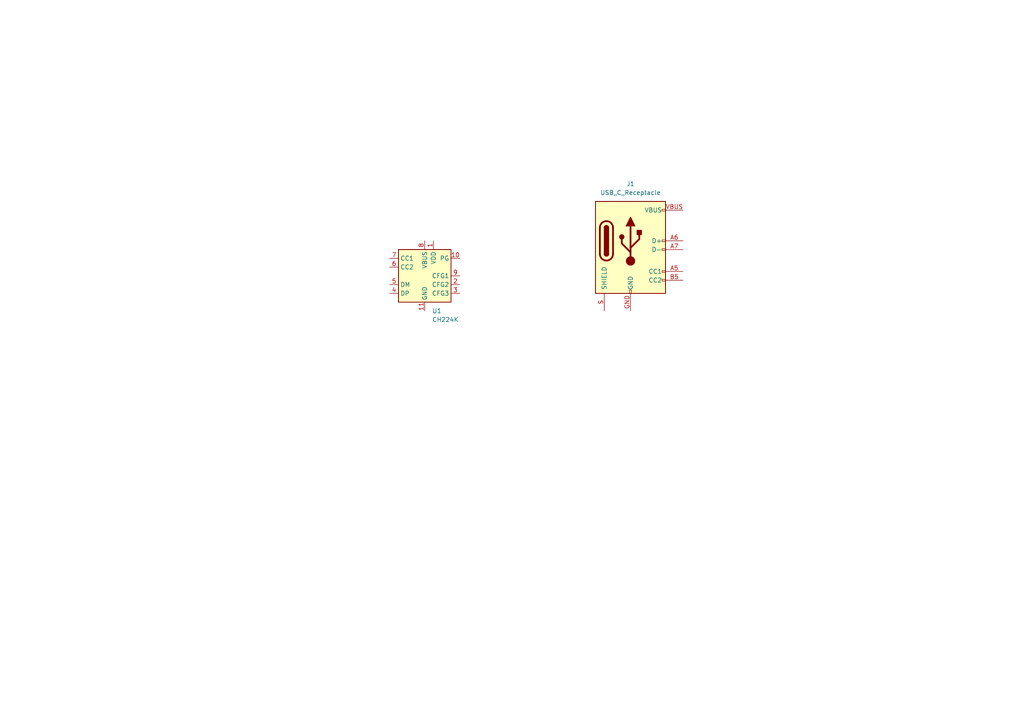
<source format=kicad_sch>
(kicad_sch
	(version 20250114)
	(generator "eeschema")
	(generator_version "9.0")
	(uuid "eca077ec-7a9d-4cf3-8942-ce7475e4e370")
	(paper "A4")
	(lib_symbols
		(symbol "Interface_USB:CH224K"
			(exclude_from_sim no)
			(in_bom yes)
			(on_board yes)
			(property "Reference" "U"
				(at -7.874 -8.89 0)
				(effects
					(font
						(size 1.27 1.27)
					)
					(justify left)
				)
			)
			(property "Value" "CH224K"
				(at 3.048 -8.89 0)
				(effects
					(font
						(size 1.27 1.27)
					)
					(justify left)
				)
			)
			(property "Footprint" "Package_SO:SSOP-10-1EP_3.9x4.9mm_P1mm_EP2.1x3.3mm"
				(at 0 -24.13 0)
				(effects
					(font
						(size 1.27 1.27)
					)
					(hide yes)
				)
			)
			(property "Datasheet" "https://www.wch.cn/downloads/file/301.html"
				(at 0 13.97 0)
				(effects
					(font
						(size 1.27 1.27)
					)
					(hide yes)
				)
			)
			(property "Description" "100W USB Type-C PD3.0/2.0, BC1.2 Sink Controller, SSOP-10"
				(at 0 0 0)
				(effects
					(font
						(size 1.27 1.27)
					)
					(hide yes)
				)
			)
			(property "ki_keywords" "USB-C WCH powered-device"
				(at 0 0 0)
				(effects
					(font
						(size 1.27 1.27)
					)
					(hide yes)
				)
			)
			(property "ki_fp_filters" "SSOP*3.9x4.9mm*P1mm*EP2.1x3.3mm*"
				(at 0 0 0)
				(effects
					(font
						(size 1.27 1.27)
					)
					(hide yes)
				)
			)
			(symbol "CH224K_1_1"
				(rectangle
					(start -7.62 7.62)
					(end 7.62 -7.62)
					(stroke
						(width 0.254)
						(type default)
					)
					(fill
						(type background)
					)
				)
				(pin bidirectional line
					(at -10.16 5.08 0)
					(length 2.54)
					(name "CC1"
						(effects
							(font
								(size 1.27 1.27)
							)
						)
					)
					(number "7"
						(effects
							(font
								(size 1.27 1.27)
							)
						)
					)
				)
				(pin bidirectional line
					(at -10.16 2.54 0)
					(length 2.54)
					(name "CC2"
						(effects
							(font
								(size 1.27 1.27)
							)
						)
					)
					(number "6"
						(effects
							(font
								(size 1.27 1.27)
							)
						)
					)
				)
				(pin bidirectional line
					(at -10.16 -2.54 0)
					(length 2.54)
					(name "DM"
						(effects
							(font
								(size 1.27 1.27)
							)
						)
					)
					(number "5"
						(effects
							(font
								(size 1.27 1.27)
							)
						)
					)
				)
				(pin bidirectional line
					(at -10.16 -5.08 0)
					(length 2.54)
					(name "DP"
						(effects
							(font
								(size 1.27 1.27)
							)
						)
					)
					(number "4"
						(effects
							(font
								(size 1.27 1.27)
							)
						)
					)
				)
				(pin passive line
					(at 0 10.16 270)
					(length 2.54)
					(name "VBUS"
						(effects
							(font
								(size 1.27 1.27)
							)
						)
					)
					(number "8"
						(effects
							(font
								(size 1.27 1.27)
							)
						)
					)
				)
				(pin power_in line
					(at 0 -10.16 90)
					(length 2.54)
					(name "GND"
						(effects
							(font
								(size 1.27 1.27)
							)
						)
					)
					(number "11"
						(effects
							(font
								(size 1.27 1.27)
							)
						)
					)
				)
				(pin power_in line
					(at 2.54 10.16 270)
					(length 2.54)
					(name "VDD"
						(effects
							(font
								(size 1.27 1.27)
							)
						)
					)
					(number "1"
						(effects
							(font
								(size 1.27 1.27)
							)
						)
					)
				)
				(pin open_collector line
					(at 10.16 5.08 180)
					(length 2.54)
					(name "PG"
						(effects
							(font
								(size 1.27 1.27)
							)
						)
					)
					(number "10"
						(effects
							(font
								(size 1.27 1.27)
							)
						)
					)
				)
				(pin passive line
					(at 10.16 0 180)
					(length 2.54)
					(name "CFG1"
						(effects
							(font
								(size 1.27 1.27)
							)
						)
					)
					(number "9"
						(effects
							(font
								(size 1.27 1.27)
							)
						)
					)
				)
				(pin passive line
					(at 10.16 -2.54 180)
					(length 2.54)
					(name "CFG2"
						(effects
							(font
								(size 1.27 1.27)
							)
						)
					)
					(number "2"
						(effects
							(font
								(size 1.27 1.27)
							)
						)
					)
				)
				(pin passive line
					(at 10.16 -5.08 180)
					(length 2.54)
					(name "CFG3"
						(effects
							(font
								(size 1.27 1.27)
							)
						)
					)
					(number "3"
						(effects
							(font
								(size 1.27 1.27)
							)
						)
					)
				)
			)
			(embedded_fonts no)
		)
		(symbol "PCM_SparkFun-Connector:USB_C_Receptacle"
			(pin_names
				(offset 1.016)
			)
			(exclude_from_sim no)
			(in_bom yes)
			(on_board yes)
			(property "Reference" "J"
				(at -10.16 12.7 0)
				(effects
					(font
						(size 1.27 1.27)
					)
					(justify left)
				)
			)
			(property "Value" "USB_C_Receptacle"
				(at 19.05 12.7 0)
				(effects
					(font
						(size 1.27 1.27)
					)
					(justify right)
				)
			)
			(property "Footprint" "PCM_SparkFun-Connector:USB-C_16"
				(at 0 -25.4 0)
				(effects
					(font
						(size 1.27 1.27)
					)
					(hide yes)
				)
			)
			(property "Datasheet" "https://www.usb.org/sites/default/files/documents/usb_type-c.zip"
				(at 0 -27.94 0)
				(effects
					(font
						(size 1.27 1.27)
					)
					(hide yes)
				)
			)
			(property "Description" "USB 2.0-only Type-C Receptacle connector"
				(at 0 -33.02 0)
				(effects
					(font
						(size 1.27 1.27)
					)
					(hide yes)
				)
			)
			(property "PROD_ID" "CONN-14122"
				(at 1.27 -30.48 0)
				(effects
					(font
						(size 1.27 1.27)
					)
					(hide yes)
				)
			)
			(property "ki_keywords" "SparkFun usb universal serial bus type-C USB2.0"
				(at 0 0 0)
				(effects
					(font
						(size 1.27 1.27)
					)
					(hide yes)
				)
			)
			(property "ki_fp_filters" "USB*C*Receptacle*"
				(at 0 0 0)
				(effects
					(font
						(size 1.27 1.27)
					)
					(hide yes)
				)
			)
			(symbol "USB_C_Receptacle_0_0"
				(rectangle
					(start -0.254 -15.24)
					(end 0.254 -14.224)
					(stroke
						(width 0)
						(type default)
					)
					(fill
						(type none)
					)
				)
				(rectangle
					(start 10.16 9.144)
					(end 9.144 8.636)
					(stroke
						(width 0)
						(type default)
					)
					(fill
						(type none)
					)
				)
				(rectangle
					(start 10.16 0.254)
					(end 9.144 -0.254)
					(stroke
						(width 0)
						(type default)
					)
					(fill
						(type none)
					)
				)
				(rectangle
					(start 10.16 -2.286)
					(end 9.144 -2.794)
					(stroke
						(width 0)
						(type default)
					)
					(fill
						(type none)
					)
				)
				(rectangle
					(start 10.16 -8.636)
					(end 9.144 -9.144)
					(stroke
						(width 0)
						(type default)
					)
					(fill
						(type none)
					)
				)
				(rectangle
					(start 10.16 -11.176)
					(end 9.144 -11.684)
					(stroke
						(width 0)
						(type default)
					)
					(fill
						(type none)
					)
				)
			)
			(symbol "USB_C_Receptacle_0_1"
				(rectangle
					(start -10.16 11.43)
					(end 10.16 -15.24)
					(stroke
						(width 0.254)
						(type default)
					)
					(fill
						(type background)
					)
				)
				(polyline
					(pts
						(xy -8.89 -3.81) (xy -8.89 3.81)
					)
					(stroke
						(width 0.508)
						(type default)
					)
					(fill
						(type none)
					)
				)
				(rectangle
					(start -7.62 -3.81)
					(end -6.35 3.81)
					(stroke
						(width 0.254)
						(type default)
					)
					(fill
						(type outline)
					)
				)
				(arc
					(start -7.62 3.81)
					(mid -6.985 4.4423)
					(end -6.35 3.81)
					(stroke
						(width 0.254)
						(type default)
					)
					(fill
						(type none)
					)
				)
				(arc
					(start -7.62 3.81)
					(mid -6.985 4.4423)
					(end -6.35 3.81)
					(stroke
						(width 0.254)
						(type default)
					)
					(fill
						(type outline)
					)
				)
				(arc
					(start -8.89 3.81)
					(mid -6.985 5.7067)
					(end -5.08 3.81)
					(stroke
						(width 0.508)
						(type default)
					)
					(fill
						(type none)
					)
				)
				(arc
					(start -5.08 -3.81)
					(mid -6.985 -5.7067)
					(end -8.89 -3.81)
					(stroke
						(width 0.508)
						(type default)
					)
					(fill
						(type none)
					)
				)
				(arc
					(start -6.35 -3.81)
					(mid -6.985 -4.4423)
					(end -7.62 -3.81)
					(stroke
						(width 0.254)
						(type default)
					)
					(fill
						(type none)
					)
				)
				(arc
					(start -6.35 -3.81)
					(mid -6.985 -4.4423)
					(end -7.62 -3.81)
					(stroke
						(width 0.254)
						(type default)
					)
					(fill
						(type outline)
					)
				)
				(polyline
					(pts
						(xy -5.08 3.81) (xy -5.08 -3.81)
					)
					(stroke
						(width 0.508)
						(type default)
					)
					(fill
						(type none)
					)
				)
				(circle
					(center -2.54 1.143)
					(radius 0.635)
					(stroke
						(width 0.254)
						(type default)
					)
					(fill
						(type outline)
					)
				)
				(polyline
					(pts
						(xy -1.27 4.318) (xy 0 6.858) (xy 1.27 4.318) (xy -1.27 4.318)
					)
					(stroke
						(width 0.254)
						(type default)
					)
					(fill
						(type outline)
					)
				)
				(polyline
					(pts
						(xy 0 -2.032) (xy 2.54 0.508) (xy 2.54 1.778)
					)
					(stroke
						(width 0.508)
						(type default)
					)
					(fill
						(type none)
					)
				)
				(polyline
					(pts
						(xy 0 -3.302) (xy -2.54 -0.762) (xy -2.54 0.508)
					)
					(stroke
						(width 0.508)
						(type default)
					)
					(fill
						(type none)
					)
				)
				(polyline
					(pts
						(xy 0 -5.842) (xy 0 4.318)
					)
					(stroke
						(width 0.508)
						(type default)
					)
					(fill
						(type none)
					)
				)
				(circle
					(center 0 -5.842)
					(radius 1.27)
					(stroke
						(width 0)
						(type default)
					)
					(fill
						(type outline)
					)
				)
				(rectangle
					(start 1.905 1.778)
					(end 3.175 3.048)
					(stroke
						(width 0.254)
						(type default)
					)
					(fill
						(type outline)
					)
				)
			)
			(symbol "USB_C_Receptacle_1_1"
				(pin passive line
					(at -7.62 -20.32 90)
					(length 5.08)
					(name "SHIELD"
						(effects
							(font
								(size 1.27 1.27)
							)
						)
					)
					(number "S"
						(effects
							(font
								(size 1.27 1.27)
							)
						)
					)
				)
				(pin no_connect line
					(at -5.08 -15.24 90)
					(length 5.08)
					(hide yes)
					(name "NC"
						(effects
							(font
								(size 1.27 1.27)
							)
						)
					)
					(number "NC1"
						(effects
							(font
								(size 1.27 1.27)
							)
						)
					)
				)
				(pin no_connect line
					(at -3.81 -15.24 90)
					(length 5.08)
					(hide yes)
					(name "NC"
						(effects
							(font
								(size 1.27 1.27)
							)
						)
					)
					(number "NC2"
						(effects
							(font
								(size 1.27 1.27)
							)
						)
					)
				)
				(pin no_connect line
					(at -2.54 -15.24 90)
					(length 5.08)
					(hide yes)
					(name "NC"
						(effects
							(font
								(size 1.27 1.27)
							)
						)
					)
					(number "NC3"
						(effects
							(font
								(size 1.27 1.27)
							)
						)
					)
				)
				(pin passive line
					(at 0 -20.32 90)
					(length 5.08)
					(name "GND"
						(effects
							(font
								(size 1.27 1.27)
							)
						)
					)
					(number "GND"
						(effects
							(font
								(size 1.27 1.27)
							)
						)
					)
				)
				(pin no_connect line
					(at 2.54 -15.24 90)
					(length 5.08)
					(hide yes)
					(name "NC"
						(effects
							(font
								(size 1.27 1.27)
							)
						)
					)
					(number "A8"
						(effects
							(font
								(size 1.27 1.27)
							)
						)
					)
				)
				(pin no_connect line
					(at 3.81 -15.24 90)
					(length 5.08)
					(hide yes)
					(name "NC"
						(effects
							(font
								(size 1.27 1.27)
							)
						)
					)
					(number "B8"
						(effects
							(font
								(size 1.27 1.27)
							)
						)
					)
				)
				(pin power_out line
					(at 15.24 8.89 180)
					(length 5.08)
					(name "VBUS"
						(effects
							(font
								(size 1.27 1.27)
							)
						)
					)
					(number "VBUS"
						(effects
							(font
								(size 1.27 1.27)
							)
						)
					)
				)
				(pin bidirectional line
					(at 15.24 0 180)
					(length 5.08)
					(name "D+"
						(effects
							(font
								(size 1.27 1.27)
							)
						)
					)
					(number "A6"
						(effects
							(font
								(size 1.27 1.27)
							)
						)
					)
				)
				(pin bidirectional line
					(at 15.24 0 180)
					(length 5.08)
					(hide yes)
					(name "D+"
						(effects
							(font
								(size 1.27 1.27)
							)
						)
					)
					(number "B6"
						(effects
							(font
								(size 1.27 1.27)
							)
						)
					)
				)
				(pin bidirectional line
					(at 15.24 -2.54 180)
					(length 5.08)
					(name "D-"
						(effects
							(font
								(size 1.27 1.27)
							)
						)
					)
					(number "A7"
						(effects
							(font
								(size 1.27 1.27)
							)
						)
					)
				)
				(pin bidirectional line
					(at 15.24 -2.54 180)
					(length 5.08)
					(hide yes)
					(name "D-"
						(effects
							(font
								(size 1.27 1.27)
							)
						)
					)
					(number "B7"
						(effects
							(font
								(size 1.27 1.27)
							)
						)
					)
				)
				(pin bidirectional line
					(at 15.24 -8.89 180)
					(length 5.08)
					(name "CC1"
						(effects
							(font
								(size 1.27 1.27)
							)
						)
					)
					(number "A5"
						(effects
							(font
								(size 1.27 1.27)
							)
						)
					)
				)
				(pin bidirectional line
					(at 15.24 -11.43 180)
					(length 5.08)
					(name "CC2"
						(effects
							(font
								(size 1.27 1.27)
							)
						)
					)
					(number "B5"
						(effects
							(font
								(size 1.27 1.27)
							)
						)
					)
				)
			)
			(embedded_fonts no)
		)
	)
	(symbol
		(lib_id "Interface_USB:CH224K")
		(at 123.19 80.01 0)
		(unit 1)
		(exclude_from_sim no)
		(in_bom yes)
		(on_board yes)
		(dnp no)
		(fields_autoplaced yes)
		(uuid "c43b75e3-6279-4019-94da-18cfb6f7d809")
		(property "Reference" "U1"
			(at 125.3333 90.17 0)
			(effects
				(font
					(size 1.27 1.27)
				)
				(justify left)
			)
		)
		(property "Value" "CH224K"
			(at 125.3333 92.71 0)
			(effects
				(font
					(size 1.27 1.27)
				)
				(justify left)
			)
		)
		(property "Footprint" "Package_SO:SSOP-10-1EP_3.9x4.9mm_P1mm_EP2.1x3.3mm"
			(at 123.19 104.14 0)
			(effects
				(font
					(size 1.27 1.27)
				)
				(hide yes)
			)
		)
		(property "Datasheet" "https://www.wch.cn/downloads/file/301.html"
			(at 123.19 66.04 0)
			(effects
				(font
					(size 1.27 1.27)
				)
				(hide yes)
			)
		)
		(property "Description" "100W USB Type-C PD3.0/2.0, BC1.2 Sink Controller, SSOP-10"
			(at 123.19 80.01 0)
			(effects
				(font
					(size 1.27 1.27)
				)
				(hide yes)
			)
		)
		(pin "6"
			(uuid "09218d72-5f6c-4279-90b4-babd0dea8bfb")
		)
		(pin "10"
			(uuid "33584853-072f-491d-996b-ed6bfef94090")
		)
		(pin "2"
			(uuid "f572a72a-aaa2-4f0e-b03b-8ff92f36def9")
		)
		(pin "7"
			(uuid "0cfb3fc9-a95a-46b9-8144-0eec349a0462")
		)
		(pin "5"
			(uuid "11b6d282-fcd2-441b-9da6-4e0b22bf3983")
		)
		(pin "4"
			(uuid "88a2f540-cb53-4efc-89c7-f143deeb2e69")
		)
		(pin "8"
			(uuid "324966a0-1213-4cc9-97d1-3f2f550582f1")
		)
		(pin "11"
			(uuid "9c592cd4-fd4c-4621-a7b3-892f50229d0a")
		)
		(pin "1"
			(uuid "ee88fd08-3c05-4be3-8ecd-8a7fe608d9f4")
		)
		(pin "9"
			(uuid "e3a0f0e7-7bb4-4093-83d0-f45c287807ac")
		)
		(pin "3"
			(uuid "643fcc35-c5bf-4306-aabe-b9546b914962")
		)
		(instances
			(project ""
				(path "/eca077ec-7a9d-4cf3-8942-ce7475e4e370"
					(reference "U1")
					(unit 1)
				)
			)
		)
	)
	(symbol
		(lib_id "PCM_SparkFun-Connector:USB_C_Receptacle")
		(at 182.88 69.85 0)
		(unit 1)
		(exclude_from_sim no)
		(in_bom yes)
		(on_board yes)
		(dnp no)
		(fields_autoplaced yes)
		(uuid "da321b08-47c0-4ca0-9905-6fb19da8eff9")
		(property "Reference" "J1"
			(at 182.88 53.34 0)
			(effects
				(font
					(size 1.27 1.27)
				)
			)
		)
		(property "Value" "USB_C_Receptacle"
			(at 182.88 55.88 0)
			(effects
				(font
					(size 1.27 1.27)
				)
			)
		)
		(property "Footprint" "PCM_SparkFun-Connector:USB-C_16"
			(at 182.88 95.25 0)
			(effects
				(font
					(size 1.27 1.27)
				)
				(hide yes)
			)
		)
		(property "Datasheet" "https://www.usb.org/sites/default/files/documents/usb_type-c.zip"
			(at 182.88 97.79 0)
			(effects
				(font
					(size 1.27 1.27)
				)
				(hide yes)
			)
		)
		(property "Description" "USB 2.0-only Type-C Receptacle connector"
			(at 182.88 102.87 0)
			(effects
				(font
					(size 1.27 1.27)
				)
				(hide yes)
			)
		)
		(property "PROD_ID" "CONN-14122"
			(at 184.15 100.33 0)
			(effects
				(font
					(size 1.27 1.27)
				)
				(hide yes)
			)
		)
		(pin "S"
			(uuid "01e71580-404a-4bfe-8734-7196b92aa95e")
		)
		(pin "NC1"
			(uuid "6a3a376e-06d0-45fd-9408-98bc828f26f9")
		)
		(pin "VBUS"
			(uuid "bf48de16-906f-4910-b0a9-0563b5e7bba8")
		)
		(pin "NC2"
			(uuid "af0a69a8-f822-48dc-8a7a-378a2cb27614")
		)
		(pin "NC3"
			(uuid "3ad1e53b-a123-4736-9503-d0c1a2591832")
		)
		(pin "GND"
			(uuid "6283ba05-b449-4881-a465-10b653ba243a")
		)
		(pin "A8"
			(uuid "9d33a355-9f4d-461e-9732-5287cb974c1e")
		)
		(pin "B8"
			(uuid "5f75a865-80f5-4a47-b22c-d5c6d2f75ac1")
		)
		(pin "A6"
			(uuid "8bd93b44-d93c-4846-8623-629b33da4f63")
		)
		(pin "B6"
			(uuid "d0546515-3154-4abc-9e52-6144d5a08706")
		)
		(pin "A7"
			(uuid "02afd283-99e9-4aab-beb5-fbabdb4e4bfe")
		)
		(pin "B7"
			(uuid "bacc7053-5390-4ab8-abfd-c16c6107801d")
		)
		(pin "A5"
			(uuid "661bb9ca-69ef-4c6d-b648-d1142f2800d2")
		)
		(pin "B5"
			(uuid "e91372e0-2982-4789-a332-7e7ee8f4a11b")
		)
		(instances
			(project ""
				(path "/eca077ec-7a9d-4cf3-8942-ce7475e4e370"
					(reference "J1")
					(unit 1)
				)
			)
		)
	)
	(sheet_instances
		(path "/"
			(page "1")
		)
	)
	(embedded_fonts no)
)

</source>
